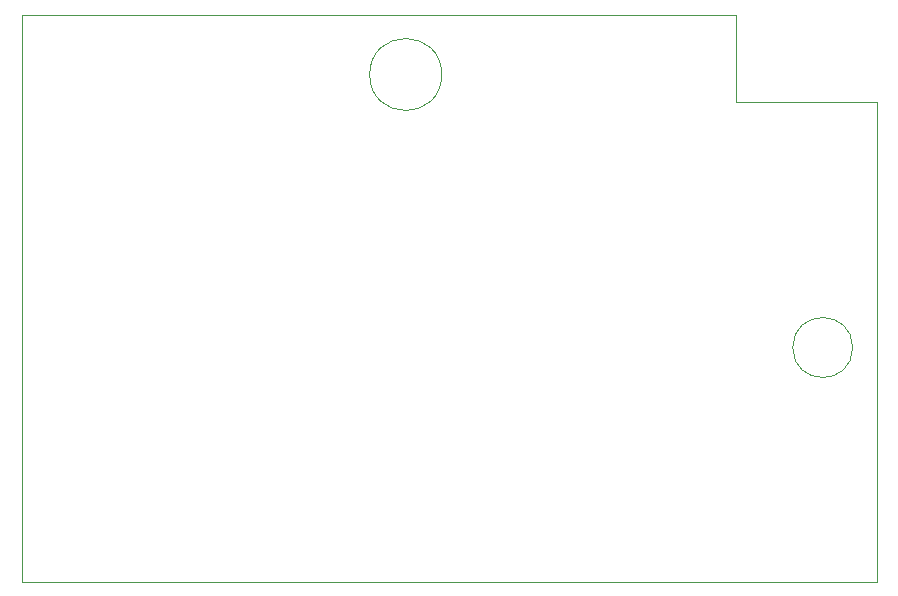
<source format=gbr>
G04 #@! TF.GenerationSoftware,KiCad,Pcbnew,(5.1.6-0-10_14)*
G04 #@! TF.CreationDate,2020-05-23T22:31:31+08:00*
G04 #@! TF.ProjectId,HHKB Lite 2,48484b42-204c-4697-9465-20322e6b6963,2020.06*
G04 #@! TF.SameCoordinates,Original*
G04 #@! TF.FileFunction,Profile,NP*
%FSLAX46Y46*%
G04 Gerber Fmt 4.6, Leading zero omitted, Abs format (unit mm)*
G04 Created by KiCad (PCBNEW (5.1.6-0-10_14)) date 2020-05-23 22:31:31*
%MOMM*%
%LPD*%
G01*
G04 APERTURE LIST*
G04 #@! TA.AperFunction,Profile*
%ADD10C,0.050000*%
G04 #@! TD*
G04 APERTURE END LIST*
D10*
X192278000Y-57150000D02*
G75*
G03*
X192278000Y-57150000I-2540000J0D01*
G01*
X182372000Y-36322000D02*
X182372000Y-28956000D01*
X157480000Y-34036000D02*
G75*
G03*
X157480000Y-34036000I-3048000J0D01*
G01*
X194310000Y-36322000D02*
X182372000Y-36322000D01*
X121920000Y-76962000D02*
X194310000Y-76962000D01*
X121920000Y-28956000D02*
X182372000Y-28956000D01*
X121920000Y-76962000D02*
X121920000Y-28956000D01*
X194310000Y-76962000D02*
X194310000Y-36322000D01*
M02*

</source>
